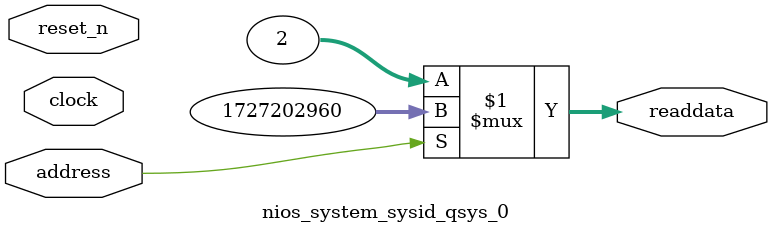
<source format=v>



// synthesis translate_off
`timescale 1ns / 1ps
// synthesis translate_on

// turn off superfluous verilog processor warnings 
// altera message_level Level1 
// altera message_off 10034 10035 10036 10037 10230 10240 10030 

module nios_system_sysid_qsys_0 (
               // inputs:
                address,
                clock,
                reset_n,

               // outputs:
                readdata
             )
;

  output  [ 31: 0] readdata;
  input            address;
  input            clock;
  input            reset_n;

  wire    [ 31: 0] readdata;
  //control_slave, which is an e_avalon_slave
  assign readdata = address ? 1727202960 : 2;

endmodule



</source>
